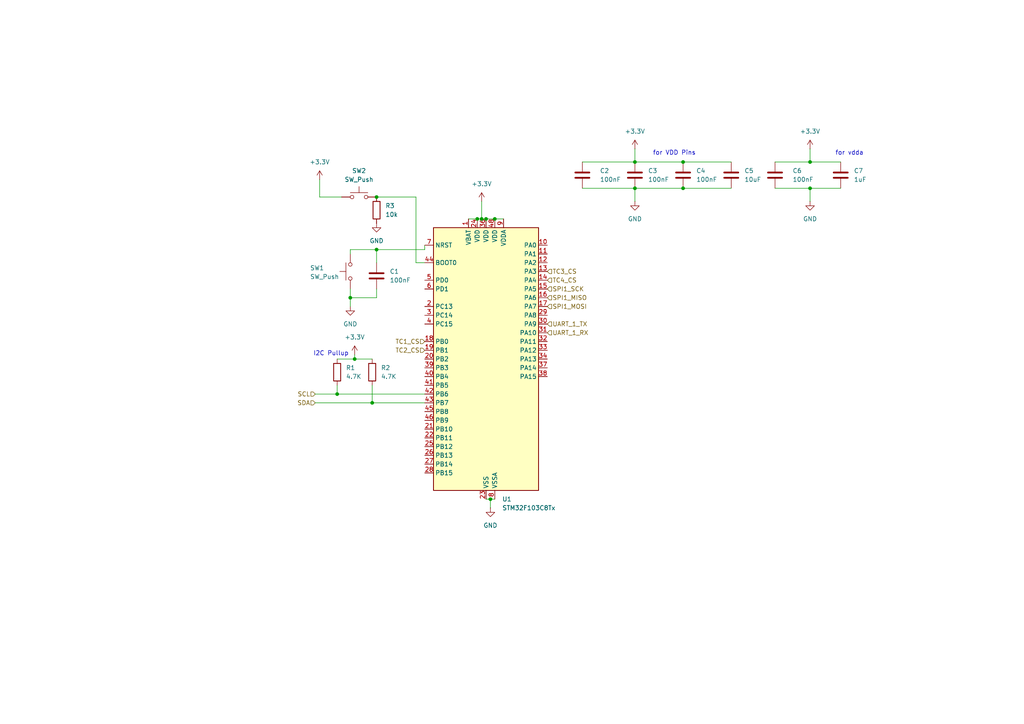
<source format=kicad_sch>
(kicad_sch (version 20250114) (generator "eeschema") (generator_version "9.0")
  (paper "A4")
  (lib_symbols
    (symbol "Device:C" (pin_numbers (hide yes)) (pin_names (offset 0.254))
      (property "Reference" "C" (at 0.635 2.54 0))
      (property "Value" "C" (at 0.635 -2.54 0))
      (symbol "C_0_1"
        (polyline (pts (xy -2.032 0.762) (xy 2.032 0.762)) (stroke (width 0.508)))
        (polyline (pts (xy -2.032 -0.762) (xy 2.032 -0.762)) (stroke (width 0.508)))
      )
      (symbol "C_1_1"
        (pin passive line (at 0 3.81 270) (length 2.794) (name "~") (number "1"))
        (pin passive line (at 0 -3.81 90) (length 2.794) (name "~") (number "2"))
      )
    )
    (symbol "Device:R" (pin_numbers (hide yes)) (pin_names (offset 0))
      (property "Reference" "R" (at 2.032 0 90))
      (property "Value" "R" (at 0 0 90))
      (symbol "R_0_1"
        (rectangle (start -1.016 -2.54) (end 1.016 2.54) (stroke (width 0.254)))
      )
      (symbol "R_1_1"
        (pin passive line (at 0 3.81 270) (length 1.27) (name "~") (number "1"))
        (pin passive line (at 0 -3.81 90) (length 1.27) (name "~") (number "2"))
      )
    )
    (symbol "MCU_ST_STM32F1:STM32F103C8Tx"
      (property "Reference" "U" (at -15.24 39.37 0))
      (property "Value" "STM32F103C8Tx" (at 7.62 39.37 0))
      (symbol "STM32F103C8Tx_0_1"
        (rectangle (start -15.24 -38.1) (end 15.24 38.1) (stroke (width 0.254)) (fill (type background)))
      )
      (symbol "STM32F103C8Tx_1_1"
        (pin input line (at -17.78 33.02 0) (length 2.54) (name "NRST") (number "7"))
        (pin input line (at -17.78 27.94 0) (length 2.54) (name "BOOT0") (number "44"))
        (pin bidirectional line (at -17.78 22.86 0) (length 2.54) (name "PD0") (number "5"))
        (pin bidirectional line (at -17.78 20.32 0) (length 2.54) (name "PD1") (number "6"))
        (pin bidirectional line (at -17.78 15.24 0) (length 2.54) (name "PC13") (number "2"))
        (pin bidirectional line (at -17.78 12.7 0) (length 2.54) (name "PC14") (number "3"))
        (pin bidirectional line (at -17.78 10.16 0) (length 2.54) (name "PC15") (number "4"))
        (pin bidirectional line (at -17.78 5.08 0) (length 2.54) (name "PB0") (number "18"))
        (pin bidirectional line (at -17.78 2.54 0) (length 2.54) (name "PB1") (number "19"))
        (pin bidirectional line (at -17.78 0 0) (length 2.54) (name "PB2") (number "20"))
        (pin bidirectional line (at -17.78 -2.54 0) (length 2.54) (name "PB3") (number "39"))
        (pin bidirectional line (at -17.78 -5.08 0) (length 2.54) (name "PB4") (number "40"))
        (pin bidirectional line (at -17.78 -7.62 0) (length 2.54) (name "PB5") (number "41"))
        (pin bidirectional line (at -17.78 -10.16 0) (length 2.54) (name "PB6") (number "42"))
        (pin bidirectional line (at -17.78 -12.7 0) (length 2.54) (name "PB7") (number "43"))
        (pin bidirectional line (at -17.78 -15.24 0) (length 2.54) (name "PB8") (number "45"))
        (pin bidirectional line (at -17.78 -17.78 0) (length 2.54) (name "PB9") (number "46"))
        (pin bidirectional line (at -17.78 -20.32 0) (length 2.54) (name "PB10") (number "21"))
        (pin bidirectional line (at -17.78 -22.86 0) (length 2.54) (name "PB11") (number "22"))
        (pin bidirectional line (at -17.78 -25.4 0) (length 2.54) (name "PB12") (number "25"))
        (pin bidirectional line (at -17.78 -27.94 0) (length 2.54) (name "PB13") (number "26"))
        (pin bidirectional line (at -17.78 -30.48 0) (length 2.54) (name "PB14") (number "27"))
        (pin bidirectional line (at -17.78 -33.02 0) (length 2.54) (name "PB15") (number "28"))
        (pin power_in line (at -5.08 40.64 270) (length 2.54) (name "VBAT") (number "1"))
        (pin power_in line (at -2.54 40.64 270) (length 2.54) (name "VDD") (number "24"))
        (pin power_in line (at 0 40.64 270) (length 2.54) (name "VDD") (number "36"))
        (pin power_in line (at 0 -40.64 90) (length 2.54) (name "VSS") (number "23"))
        (pin passive line (at 0 -40.64 90) (length 2.54) (hide yes) (name "VSS") (number "35"))
        (pin passive line (at 0 -40.64 90) (length 2.54) (hide yes) (name "VSS") (number "47"))
        (pin power_in line (at 2.54 40.64 270) (length 2.54) (name "VDD") (number "48"))
        (pin power_in line (at 2.54 -40.64 90) (length 2.54) (name "VSSA") (number "8"))
        (pin power_in line (at 5.08 40.64 270) (length 2.54) (name "VDDA") (number "9"))
        (pin bidirectional line (at 17.78 33.02 180) (length 2.54) (name "PA0") (number "10"))
        (pin bidirectional line (at 17.78 30.48 180) (length 2.54) (name "PA1") (number "11"))
        (pin bidirectional line (at 17.78 27.94 180) (length 2.54) (name "PA2") (number "12"))
        (pin bidirectional line (at 17.78 25.4 180) (length 2.54) (name "PA3") (number "13"))
        (pin bidirectional line (at 17.78 22.86 180) (length 2.54) (name "PA4") (number "14"))
        (pin bidirectional line (at 17.78 20.32 180) (length 2.54) (name "PA5") (number "15"))
        (pin bidirectional line (at 17.78 17.78 180) (length 2.54) (name "PA6") (number "16"))
        (pin bidirectional line (at 17.78 15.24 180) (length 2.54) (name "PA7") (number "17"))
        (pin bidirectional line (at 17.78 12.7 180) (length 2.54) (name "PA8") (number "29"))
        (pin bidirectional line (at 17.78 10.16 180) (length 2.54) (name "PA9") (number "30"))
        (pin bidirectional line (at 17.78 7.62 180) (length 2.54) (name "PA10") (number "31"))
        (pin bidirectional line (at 17.78 5.08 180) (length 2.54) (name "PA11") (number "32"))
        (pin bidirectional line (at 17.78 2.54 180) (length 2.54) (name "PA12") (number "33"))
        (pin bidirectional line (at 17.78 0 180) (length 2.54) (name "PA13") (number "34"))
        (pin bidirectional line (at 17.78 -2.54 180) (length 2.54) (name "PA14") (number "37"))
        (pin bidirectional line (at 17.78 -5.08 180) (length 2.54) (name "PA15") (number "38"))
      )
    )
    (symbol "Switch:SW_Push" (pin_numbers (hide yes)) (pin_names (offset 1.016) (hide yes))
      (property "Reference" "SW" (at 1.27 2.54 0))
      (property "Value" "SW_Push" (at 0 -1.524 0))
      (symbol "SW_Push_0_1"
        (circle (center -2.032 0) (radius 0.508))
        (polyline (pts (xy 0 1.27) (xy 0 3.048)))
        (circle (center 2.032 0) (radius 0.508))
        (polyline (pts (xy 2.54 1.27) (xy -2.54 1.27)))
        (pin passive line (at -5.08 0 0) (length 2.54) (name "1") (number "1"))
        (pin passive line (at 5.08 0 180) (length 2.54) (name "2") (number "2"))
      )
    )
    (symbol "power:+3.3V" (power) (pin_numbers (hide yes)) (pin_names (offset 0) (hide yes))
      (property "Value" "+3.3V" (at 0 3.556 0))
      (symbol "+3.3V_0_1"
        (polyline (pts (xy -0.762 1.27) (xy 0 2.54)))
        (polyline (pts (xy 0 2.54) (xy 0.762 1.27)))
        (polyline (pts (xy 0 0) (xy 0 2.54)))
      )
      (symbol "+3.3V_1_1"
        (pin power_in line (at 0 0 90) (length 0) (name "~") (number "1"))
      )
    )
    (symbol "power:GND" (power) (pin_numbers (hide yes)) (pin_names (offset 0) (hide yes))
      (property "Value" "GND" (at 0 -3.81 0))
      (symbol "GND_0_1"
        (polyline (pts (xy 0 0) (xy 0 -1.27) (xy 1.27 -1.27) (xy 0 -2.54) (xy -1.27 -1.27) (xy 0 -1.27)))
      )
      (symbol "GND_1_1"
        (pin power_in line (at 0 0 270) (length 0) (name "~") (number "1"))
      )
    )
  )
  (text "I2C Pullup\n" (at 96.012 102.616 0) (effects (font (size 1.27 1.27))))
  (text "for VDD Pins" (at 195.58 44.45 0) (effects (font (size 1.27 1.27))))
  (text "for vdda" (at 246.38 44.45 0) (effects (font (size 1.27 1.27))))
  (junction (at 101.6 86.36))
  (junction (at 107.95 116.84))
  (junction (at 184.15 54.61))
  (junction (at 198.12 54.61))
  (junction (at 143.51 63.5))
  (junction (at 102.87 104.14))
  (junction (at 109.22 57.15))
  (junction (at 139.7 63.5))
  (junction (at 138.43 63.5))
  (junction (at 97.79 114.3))
  (junction (at 140.97 63.5))
  (junction (at 109.22 72.39))
  (junction (at 184.15 46.99))
  (junction (at 198.12 46.99))
  (junction (at 234.95 54.61))
  (junction (at 234.95 46.99))
  (junction (at 142.24 144.78))
  (wire (pts (xy 143.51 63.5) (xy 146.05 63.5)))
  (wire (pts (xy 140.97 63.5) (xy 143.51 63.5)))
  (wire (pts (xy 109.22 72.39) (xy 123.19 72.39)))
  (wire (pts (xy 97.79 114.3) (xy 123.19 114.3)))
  (wire (pts (xy 120.65 57.15) (xy 120.65 76.2)))
  (wire (pts (xy 184.15 46.99) (xy 198.12 46.99)))
  (wire (pts (xy 184.15 54.61) (xy 198.12 54.61)))
  (wire (pts (xy 168.91 54.61) (xy 184.15 54.61)))
  (wire (pts (xy 91.44 116.84) (xy 107.95 116.84)))
  (wire (pts (xy 102.87 104.14) (xy 107.95 104.14)))
  (wire (pts (xy 107.95 116.84) (xy 123.19 116.84)))
  (wire (pts (xy 107.95 111.76) (xy 107.95 116.84)))
  (wire (pts (xy 109.22 72.39) (xy 109.22 76.2)))
  (wire (pts (xy 99.06 57.15) (xy 92.71 57.15)))
  (wire (pts (xy 142.24 144.78) (xy 142.24 147.32)))
  (wire (pts (xy 198.12 46.99) (xy 212.09 46.99)))
  (wire (pts (xy 184.15 43.18) (xy 184.15 46.99)))
  (wire (pts (xy 139.7 63.5) (xy 140.97 63.5)))
  (wire (pts (xy 102.87 102.87) (xy 102.87 104.14)))
  (wire (pts (xy 123.19 72.39) (xy 123.19 71.12)))
  (wire (pts (xy 101.6 73.66) (xy 101.6 72.39)))
  (wire (pts (xy 101.6 72.39) (xy 109.22 72.39)))
  (wire (pts (xy 109.22 57.15) (xy 120.65 57.15)))
  (wire (pts (xy 135.89 63.5) (xy 138.43 63.5)))
  (wire (pts (xy 97.79 111.76) (xy 97.79 114.3)))
  (wire (pts (xy 97.79 104.14) (xy 102.87 104.14)))
  (wire (pts (xy 198.12 54.61) (xy 212.09 54.61)))
  (wire (pts (xy 140.97 144.78) (xy 142.24 144.78)))
  (wire (pts (xy 101.6 88.9) (xy 101.6 86.36)))
  (wire (pts (xy 101.6 86.36) (xy 101.6 83.82)))
  (wire (pts (xy 92.71 57.15) (xy 92.71 52.07)))
  (wire (pts (xy 120.65 76.2) (xy 123.19 76.2)))
  (wire (pts (xy 168.91 46.99) (xy 184.15 46.99)))
  (wire (pts (xy 184.15 54.61) (xy 184.15 58.42)))
  (wire (pts (xy 224.79 46.99) (xy 234.95 46.99)))
  (wire (pts (xy 109.22 86.36) (xy 101.6 86.36)))
  (wire (pts (xy 142.24 144.78) (xy 143.51 144.78)))
  (wire (pts (xy 91.44 114.3) (xy 97.79 114.3)))
  (wire (pts (xy 138.43 63.5) (xy 139.7 63.5)))
  (wire (pts (xy 234.95 54.61) (xy 243.84 54.61)))
  (wire (pts (xy 234.95 54.61) (xy 234.95 58.42)))
  (wire (pts (xy 109.22 83.82) (xy 109.22 86.36)))
  (wire (pts (xy 234.95 43.18) (xy 234.95 46.99)))
  (wire (pts (xy 139.7 58.42) (xy 139.7 63.5)))
  (wire (pts (xy 224.79 54.61) (xy 234.95 54.61)))
  (wire (pts (xy 234.95 46.99) (xy 243.84 46.99)))
  (hierarchical_label "SPI1_MOSI" (shape input) (at 158.75 88.9 0))
  (hierarchical_label "SPI1_SCK" (shape input) (at 158.75 83.82 0))
  (hierarchical_label "TC3_CS" (shape input) (at 158.75 78.74 0))
  (hierarchical_label "SCL" (shape input) (at 91.44 114.3 180))
  (hierarchical_label "UART_1_TX" (shape input) (at 158.75 93.98 0))
  (hierarchical_label "TC4_CS" (shape input) (at 158.75 81.28 0))
  (hierarchical_label "TC1_CS" (shape input) (at 123.19 99.06 180))
  (hierarchical_label "UART_1_RX" (shape input) (at 158.75 96.52 0))
  (hierarchical_label "SPI1_MISO" (shape input) (at 158.75 86.36 0))
  (hierarchical_label "TC2_CS" (shape input) (at 123.19 101.6 180))
  (hierarchical_label "SDA" (shape input) (at 91.44 116.84 180))
  (symbol (lib_id "power:+3.3V") (at 102.87 102.87 0) (unit 1)
    (property "Reference" "#PWR03" (effects (hide yes)))
    (property "Value" "+3.3V" (at 102.87 97.79 0))
    (property "Description" "Power symbol creates a global label with name \"+3.3V\"" (effects (hide yes)))
  )
  (symbol (lib_id "Device:R") (at 97.79 107.95 0) (unit 1)
    (property "Reference" "R1" (at 100.33 106.6799 0) (effects (justify left)))
    (property "Value" "4.7K" (at 100.33 109.2199 0) (effects (justify left)))
    (property "Description" "Resistor" (effects (hide yes)))
  )
  (symbol (lib_id "Device:C") (at 224.79 50.8 0) (unit 1)
    (property "Reference" "C6" (at 229.87 49.53 0) (effects (justify left)))
    (property "Value" "100nF" (at 229.87 52.07 0) (effects (justify left)))
    (property "Description" "Unpolarized capacitor" (effects (hide yes)))
  )
  (symbol (lib_id "power:GND") (at 101.6 88.9 0) (unit 1)
    (property "Reference" "#PWR02" (effects (hide yes)))
    (property "Value" "GND" (at 101.6 93.98 0))
    (property "Description" "Power symbol creates a global label with name \"GND\" , ground" (effects (hide yes)))
  )
  (symbol (lib_id "Switch:SW_Push") (at 104.14 57.15 0) (unit 1)
    (property "Reference" "SW2" (at 104.14 49.53 0))
    (property "Value" "SW_Push" (at 104.14 52.07 0))
    (property "Footprint" "Button_Switch_SMD:SW_SPST_B3U-1000P" (effects (hide yes)))
    (property "Description" "Push button switch, generic, two pins" (effects (hide yes)))
  )
  (symbol (lib_id "Device:R") (at 107.95 107.95 0) (unit 1)
    (property "Reference" "R2" (at 110.49 106.6799 0) (effects (justify left)))
    (property "Value" "4.7K" (at 110.49 109.2199 0) (effects (justify left)))
    (property "Description" "Resistor" (effects (hide yes)))
  )
  (symbol (lib_id "power:+3.3V") (at 139.7 58.42 0) (unit 1)
    (property "Reference" "#PWR05" (effects (hide yes)))
    (property "Value" "+3.3V" (at 139.7 53.34 0))
    (property "Description" "Power symbol creates a global label with name \"+3.3V\"" (effects (hide yes)))
  )
  (symbol (lib_id "power:GND") (at 184.15 58.42 0) (unit 1)
    (property "Reference" "#PWR08" (effects (hide yes)))
    (property "Value" "GND" (at 184.15 63.5 0))
    (property "Description" "Power symbol creates a global label with name \"GND\" , ground" (effects (hide yes)))
  )
  (symbol (lib_id "Device:C") (at 109.22 80.01 0) (unit 1)
    (property "Reference" "C1" (at 113.03 78.7399 0) (effects (justify left)))
    (property "Value" "100nF" (at 113.03 81.2799 0) (effects (justify left)))
    (property "Description" "Unpolarized capacitor" (effects (hide yes)))
  )
  (symbol (lib_id "Device:C") (at 198.12 50.8 0) (unit 1)
    (property "Reference" "C4" (at 201.93 49.5299 0) (effects (justify left)))
    (property "Value" "100nF" (at 201.93 52.0699 0) (effects (justify left)))
    (property "Description" "Unpolarized capacitor" (effects (hide yes)))
  )
  (symbol (lib_id "power:GND") (at 234.95 58.42 0) (unit 1)
    (property "Reference" "#PWR010" (effects (hide yes)))
    (property "Value" "GND" (at 234.95 63.5 0))
    (property "Description" "Power symbol creates a global label with name \"GND\" , ground" (effects (hide yes)))
  )
  (symbol (lib_id "Device:C") (at 212.09 50.8 0) (unit 1)
    (property "Reference" "C5" (at 215.9 49.5299 0) (effects (justify left)))
    (property "Value" "10uF" (at 215.9 52.0699 0) (effects (justify left)))
    (property "Description" "Unpolarized capacitor" (effects (hide yes)))
  )
  (symbol (lib_id "power:+3.3V") (at 234.95 43.18 0) (unit 1)
    (property "Reference" "#PWR09" (effects (hide yes)))
    (property "Value" "+3.3V" (at 234.95 38.1 0))
    (property "Description" "Power symbol creates a global label with name \"+3.3V\"" (effects (hide yes)))
  )
  (symbol (lib_id "MCU_ST_STM32F1:STM32F103C8Tx") (at 140.97 104.14 0) (unit 1)
    (property "Reference" "U1" (at 145.6533 144.78 0) (effects (justify left)))
    (property "Value" "STM32F103C8Tx" (at 145.6533 147.32 0) (effects (justify left)))
    (property "Footprint" "Package_QFP:LQFP-48_7x7mm_P0.5mm" (effects (hide yes)))
    (property "Datasheet" "https://www.st.com/resource/en/datasheet/stm32f103c8.pdf" (effects (hide yes)))
    (property "Description" "STMicroelectronics Arm Cortex-M3 MCU, 64KB flash, 20KB RAM, 72 MHz, 2.0-3.6V, 37 GPIO, LQFP48" (effects (hide yes)))
  )
  (symbol (lib_id "Device:C") (at 184.15 50.8 0) (unit 1)
    (property "Reference" "C3" (at 187.96 49.5299 0) (effects (justify left)))
    (property "Value" "100nF" (at 187.96 52.0699 0) (effects (justify left)))
    (property "Description" "Unpolarized capacitor" (effects (hide yes)))
  )
  (symbol (lib_id "Switch:SW_Push") (at 101.6 78.74 90) (unit 1)
    (property "Reference" "SW1" (at 89.916 77.724 90) (effects (justify right)))
    (property "Value" "SW_Push" (at 89.916 80.264 90) (effects (justify right)))
    (property "Footprint" "Button_Switch_SMD:SW_SPST_B3U-1000P" (effects (hide yes)))
    (property "Description" "Push button switch, generic, two pins" (effects (hide yes)))
  )
  (symbol (lib_id "power:+3.3V") (at 184.15 43.18 0) (unit 1)
    (property "Reference" "#PWR07" (effects (hide yes)))
    (property "Value" "+3.3V" (at 184.15 38.1 0))
    (property "Description" "Power symbol creates a global label with name \"+3.3V\"" (effects (hide yes)))
  )
  (symbol (lib_id "power:+3.3V") (at 92.71 52.07 0) (unit 1)
    (property "Reference" "#PWR01" (effects (hide yes)))
    (property "Value" "+3.3V" (at 92.71 46.99 0))
    (property "Description" "Power symbol creates a global label with name \"+3.3V\"" (effects (hide yes)))
  )
  (symbol (lib_id "Device:R") (at 109.22 60.96 0) (unit 1)
    (property "Reference" "R3" (at 111.76 59.6899 0) (effects (justify left)))
    (property "Value" "10k" (at 111.76 62.2299 0) (effects (justify left)))
    (property "Description" "Resistor" (effects (hide yes)))
  )
  (symbol (lib_id "power:GND") (at 142.24 147.32 0) (unit 1)
    (property "Reference" "#PWR06" (effects (hide yes)))
    (property "Value" "GND" (at 142.24 152.4 0))
    (property "Description" "Power symbol creates a global label with name \"GND\" , ground" (effects (hide yes)))
  )
  (symbol (lib_id "Device:C") (at 168.91 50.8 0) (unit 1)
    (property "Reference" "C2" (at 173.99 49.53 0) (effects (justify left)))
    (property "Value" "100nF" (at 173.99 52.07 0) (effects (justify left)))
    (property "Description" "Unpolarized capacitor" (effects (hide yes)))
  )
  (symbol (lib_id "power:GND") (at 109.22 64.77 0) (unit 1)
    (property "Reference" "#PWR04" (effects (hide yes)))
    (property "Value" "GND" (at 109.22 69.85 0))
    (property "Description" "Power symbol creates a global label with name \"GND\" , ground" (effects (hide yes)))
  )
  (symbol (lib_id "Device:C") (at 243.84 50.8 0) (unit 1)
    (property "Reference" "C7" (at 247.65 49.5299 0) (effects (justify left)))
    (property "Value" "1uF" (at 247.65 52.0699 0) (effects (justify left)))
    (property "Description" "Unpolarized capacitor" (effects (hide yes)))
  )
)
</source>
